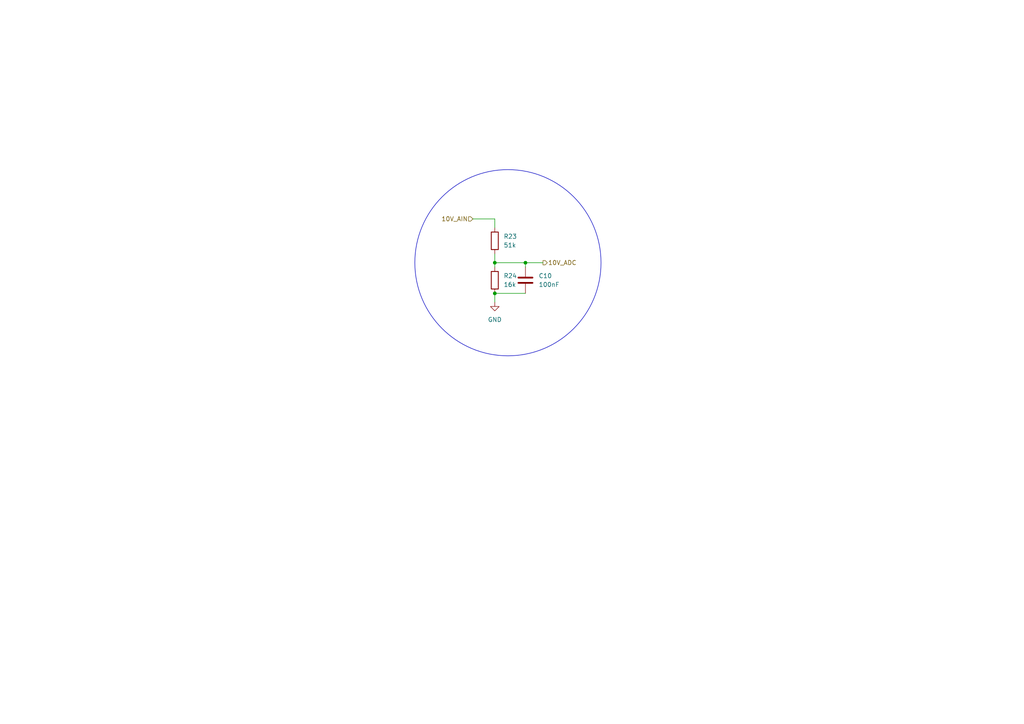
<source format=kicad_sch>
(kicad_sch
	(version 20250114)
	(generator "eeschema")
	(generator_version "9.0")
	(uuid "75d96c7c-c4c9-4ee6-addb-6438632cb428")
	(paper "A4")
	(lib_symbols
		(symbol "Device:C"
			(pin_numbers
				(hide yes)
			)
			(pin_names
				(offset 0.254)
			)
			(exclude_from_sim no)
			(in_bom yes)
			(on_board yes)
			(property "Reference" "C"
				(at 0.635 2.54 0)
				(effects
					(font
						(size 1.27 1.27)
					)
					(justify left)
				)
			)
			(property "Value" "C"
				(at 0.635 -2.54 0)
				(effects
					(font
						(size 1.27 1.27)
					)
					(justify left)
				)
			)
			(property "Footprint" ""
				(at 0.9652 -3.81 0)
				(effects
					(font
						(size 1.27 1.27)
					)
					(hide yes)
				)
			)
			(property "Datasheet" "~"
				(at 0 0 0)
				(effects
					(font
						(size 1.27 1.27)
					)
					(hide yes)
				)
			)
			(property "Description" "Unpolarized capacitor"
				(at 0 0 0)
				(effects
					(font
						(size 1.27 1.27)
					)
					(hide yes)
				)
			)
			(property "ki_keywords" "cap capacitor"
				(at 0 0 0)
				(effects
					(font
						(size 1.27 1.27)
					)
					(hide yes)
				)
			)
			(property "ki_fp_filters" "C_*"
				(at 0 0 0)
				(effects
					(font
						(size 1.27 1.27)
					)
					(hide yes)
				)
			)
			(symbol "C_0_1"
				(polyline
					(pts
						(xy -2.032 0.762) (xy 2.032 0.762)
					)
					(stroke
						(width 0.508)
						(type default)
					)
					(fill
						(type none)
					)
				)
				(polyline
					(pts
						(xy -2.032 -0.762) (xy 2.032 -0.762)
					)
					(stroke
						(width 0.508)
						(type default)
					)
					(fill
						(type none)
					)
				)
			)
			(symbol "C_1_1"
				(pin passive line
					(at 0 3.81 270)
					(length 2.794)
					(name "~"
						(effects
							(font
								(size 1.27 1.27)
							)
						)
					)
					(number "1"
						(effects
							(font
								(size 1.27 1.27)
							)
						)
					)
				)
				(pin passive line
					(at 0 -3.81 90)
					(length 2.794)
					(name "~"
						(effects
							(font
								(size 1.27 1.27)
							)
						)
					)
					(number "2"
						(effects
							(font
								(size 1.27 1.27)
							)
						)
					)
				)
			)
			(embedded_fonts no)
		)
		(symbol "Device:R"
			(pin_numbers
				(hide yes)
			)
			(pin_names
				(offset 0)
			)
			(exclude_from_sim no)
			(in_bom yes)
			(on_board yes)
			(property "Reference" "R"
				(at 2.032 0 90)
				(effects
					(font
						(size 1.27 1.27)
					)
				)
			)
			(property "Value" "R"
				(at 0 0 90)
				(effects
					(font
						(size 1.27 1.27)
					)
				)
			)
			(property "Footprint" ""
				(at -1.778 0 90)
				(effects
					(font
						(size 1.27 1.27)
					)
					(hide yes)
				)
			)
			(property "Datasheet" "~"
				(at 0 0 0)
				(effects
					(font
						(size 1.27 1.27)
					)
					(hide yes)
				)
			)
			(property "Description" "Resistor"
				(at 0 0 0)
				(effects
					(font
						(size 1.27 1.27)
					)
					(hide yes)
				)
			)
			(property "ki_keywords" "R res resistor"
				(at 0 0 0)
				(effects
					(font
						(size 1.27 1.27)
					)
					(hide yes)
				)
			)
			(property "ki_fp_filters" "R_*"
				(at 0 0 0)
				(effects
					(font
						(size 1.27 1.27)
					)
					(hide yes)
				)
			)
			(symbol "R_0_1"
				(rectangle
					(start -1.016 -2.54)
					(end 1.016 2.54)
					(stroke
						(width 0.254)
						(type default)
					)
					(fill
						(type none)
					)
				)
			)
			(symbol "R_1_1"
				(pin passive line
					(at 0 3.81 270)
					(length 1.27)
					(name "~"
						(effects
							(font
								(size 1.27 1.27)
							)
						)
					)
					(number "1"
						(effects
							(font
								(size 1.27 1.27)
							)
						)
					)
				)
				(pin passive line
					(at 0 -3.81 90)
					(length 1.27)
					(name "~"
						(effects
							(font
								(size 1.27 1.27)
							)
						)
					)
					(number "2"
						(effects
							(font
								(size 1.27 1.27)
							)
						)
					)
				)
			)
			(embedded_fonts no)
		)
		(symbol "power:GND"
			(power)
			(pin_numbers
				(hide yes)
			)
			(pin_names
				(offset 0)
				(hide yes)
			)
			(exclude_from_sim no)
			(in_bom yes)
			(on_board yes)
			(property "Reference" "#PWR"
				(at 0 -6.35 0)
				(effects
					(font
						(size 1.27 1.27)
					)
					(hide yes)
				)
			)
			(property "Value" "GND"
				(at 0 -3.81 0)
				(effects
					(font
						(size 1.27 1.27)
					)
				)
			)
			(property "Footprint" ""
				(at 0 0 0)
				(effects
					(font
						(size 1.27 1.27)
					)
					(hide yes)
				)
			)
			(property "Datasheet" ""
				(at 0 0 0)
				(effects
					(font
						(size 1.27 1.27)
					)
					(hide yes)
				)
			)
			(property "Description" "Power symbol creates a global label with name \"GND\" , ground"
				(at 0 0 0)
				(effects
					(font
						(size 1.27 1.27)
					)
					(hide yes)
				)
			)
			(property "ki_keywords" "global power"
				(at 0 0 0)
				(effects
					(font
						(size 1.27 1.27)
					)
					(hide yes)
				)
			)
			(symbol "GND_0_1"
				(polyline
					(pts
						(xy 0 0) (xy 0 -1.27) (xy 1.27 -1.27) (xy 0 -2.54) (xy -1.27 -1.27) (xy 0 -1.27)
					)
					(stroke
						(width 0)
						(type default)
					)
					(fill
						(type none)
					)
				)
			)
			(symbol "GND_1_1"
				(pin power_in line
					(at 0 0 270)
					(length 0)
					(name "~"
						(effects
							(font
								(size 1.27 1.27)
							)
						)
					)
					(number "1"
						(effects
							(font
								(size 1.27 1.27)
							)
						)
					)
				)
			)
			(embedded_fonts no)
		)
	)
	(circle
		(center 147.32 76.2)
		(radius 27.0006)
		(stroke
			(width 0)
			(type default)
		)
		(fill
			(type none)
		)
		(uuid 8d631238-e238-4fdf-9b82-79643a9a5587)
	)
	(junction
		(at 143.51 85.09)
		(diameter 0)
		(color 0 0 0 0)
		(uuid "576a65af-900e-4043-8456-50273e3d8a26")
	)
	(junction
		(at 143.51 76.2)
		(diameter 0)
		(color 0 0 0 0)
		(uuid "6fdbda12-2814-44bb-bc25-35c12aed7461")
	)
	(junction
		(at 152.4 76.2)
		(diameter 0)
		(color 0 0 0 0)
		(uuid "c58e4f90-ef83-46fd-989e-86b66d0de625")
	)
	(wire
		(pts
			(xy 143.51 73.66) (xy 143.51 76.2)
		)
		(stroke
			(width 0)
			(type default)
		)
		(uuid "0cdec24f-0387-4dd5-bf3b-ce2fd8d22981")
	)
	(wire
		(pts
			(xy 152.4 76.2) (xy 157.48 76.2)
		)
		(stroke
			(width 0)
			(type default)
		)
		(uuid "142b1068-d977-4fc5-99b3-d4fe0a3b1dc4")
	)
	(wire
		(pts
			(xy 143.51 85.09) (xy 143.51 87.63)
		)
		(stroke
			(width 0)
			(type default)
		)
		(uuid "15cbce29-89b1-4768-ace9-a02455e8275a")
	)
	(wire
		(pts
			(xy 143.51 63.5) (xy 143.51 66.04)
		)
		(stroke
			(width 0)
			(type default)
		)
		(uuid "1a57fc18-aa71-4809-ac90-694f7eb5ba83")
	)
	(wire
		(pts
			(xy 152.4 76.2) (xy 152.4 77.47)
		)
		(stroke
			(width 0)
			(type default)
		)
		(uuid "4c49268d-67fe-4feb-8976-a2a835e1c165")
	)
	(wire
		(pts
			(xy 143.51 76.2) (xy 152.4 76.2)
		)
		(stroke
			(width 0)
			(type default)
		)
		(uuid "6ee47fe6-e151-43a5-a970-338c4a95a2f5")
	)
	(wire
		(pts
			(xy 137.16 63.5) (xy 143.51 63.5)
		)
		(stroke
			(width 0)
			(type default)
		)
		(uuid "7cdee398-54ea-46b0-8126-dfe721c6c452")
	)
	(wire
		(pts
			(xy 143.51 85.09) (xy 152.4 85.09)
		)
		(stroke
			(width 0)
			(type default)
		)
		(uuid "9775a3c1-7f21-48e0-8c60-60e223360b33")
	)
	(wire
		(pts
			(xy 143.51 76.2) (xy 143.51 77.47)
		)
		(stroke
			(width 0)
			(type default)
		)
		(uuid "feddcf5d-6552-4fbd-928b-b106d16b1e32")
	)
	(hierarchical_label "10V_ADC"
		(shape output)
		(at 157.48 76.2 0)
		(effects
			(font
				(size 1.27 1.27)
			)
			(justify left)
		)
		(uuid "09d10ce5-f483-4679-bde3-2ab585f65a5b")
	)
	(hierarchical_label "10V_AIN"
		(shape input)
		(at 137.16 63.5 180)
		(effects
			(font
				(size 1.27 1.27)
			)
			(justify right)
		)
		(uuid "64c87776-cb88-49af-af64-22542e4cdc0d")
	)
	(symbol
		(lib_id "Device:R")
		(at 143.51 81.28 0)
		(unit 1)
		(exclude_from_sim no)
		(in_bom yes)
		(on_board yes)
		(dnp no)
		(fields_autoplaced yes)
		(uuid "6a307f0c-dec4-453f-9a66-7cfa4624acbb")
		(property "Reference" "R24"
			(at 146.05 80.0099 0)
			(effects
				(font
					(size 1.27 1.27)
				)
				(justify left)
			)
		)
		(property "Value" "16k"
			(at 146.05 82.5499 0)
			(effects
				(font
					(size 1.27 1.27)
				)
				(justify left)
			)
		)
		(property "Footprint" "Resistor_SMD:R_0603_1608Metric"
			(at 141.732 81.28 90)
			(effects
				(font
					(size 1.27 1.27)
				)
				(hide yes)
			)
		)
		(property "Datasheet" "~"
			(at 143.51 81.28 0)
			(effects
				(font
					(size 1.27 1.27)
				)
				(hide yes)
			)
		)
		(property "Description" "Resistor"
			(at 143.51 81.28 0)
			(effects
				(font
					(size 1.27 1.27)
				)
				(hide yes)
			)
		)
		(pin "1"
			(uuid "3720cc91-0a95-4030-90c2-6dc97c8656d3")
		)
		(pin "2"
			(uuid "9e5d8863-e5a3-42a4-9962-82d039142733")
		)
		(instances
			(project "NIVARA"
				(path "/8290cc18-06d0-4e02-a781-29a61ebc321a/9e4d7a0c-a5eb-4e88-9036-0c35e68b279a/8c13851c-1f51-45db-a0c3-d4fd67e1b6ee"
					(reference "R24")
					(unit 1)
				)
			)
			(project "NIVARA_ZorionX_BOARD"
				(path "/8e19332e-3534-4a04-99a8-04957ac8928f/8c13851c-1f51-45db-a0c3-d4fd67e1b6ee"
					(reference "R?")
					(unit 1)
				)
			)
		)
	)
	(symbol
		(lib_id "Device:C")
		(at 152.4 81.28 0)
		(unit 1)
		(exclude_from_sim no)
		(in_bom yes)
		(on_board yes)
		(dnp no)
		(fields_autoplaced yes)
		(uuid "709f7130-a31b-4f07-b5d5-e5606b340b6b")
		(property "Reference" "C10"
			(at 156.21 80.0099 0)
			(effects
				(font
					(size 1.27 1.27)
				)
				(justify left)
			)
		)
		(property "Value" "100nF"
			(at 156.21 82.5499 0)
			(effects
				(font
					(size 1.27 1.27)
				)
				(justify left)
			)
		)
		(property "Footprint" "Capacitor_SMD:C_0805_2012Metric"
			(at 153.3652 85.09 0)
			(effects
				(font
					(size 1.27 1.27)
				)
				(hide yes)
			)
		)
		(property "Datasheet" "~"
			(at 152.4 81.28 0)
			(effects
				(font
					(size 1.27 1.27)
				)
				(hide yes)
			)
		)
		(property "Description" "Unpolarized capacitor"
			(at 152.4 81.28 0)
			(effects
				(font
					(size 1.27 1.27)
				)
				(hide yes)
			)
		)
		(pin "2"
			(uuid "795bd637-9872-4534-952e-73b2cb649aa6")
		)
		(pin "1"
			(uuid "59af38fd-916a-41c4-9e07-577ecf7bd300")
		)
		(instances
			(project "NIVARA"
				(path "/8290cc18-06d0-4e02-a781-29a61ebc321a/9e4d7a0c-a5eb-4e88-9036-0c35e68b279a/8c13851c-1f51-45db-a0c3-d4fd67e1b6ee"
					(reference "C10")
					(unit 1)
				)
			)
			(project "NIVARA_ZorionX_BOARD"
				(path "/8e19332e-3534-4a04-99a8-04957ac8928f/8c13851c-1f51-45db-a0c3-d4fd67e1b6ee"
					(reference "C?")
					(unit 1)
				)
			)
		)
	)
	(symbol
		(lib_id "power:GND")
		(at 143.51 87.63 0)
		(unit 1)
		(exclude_from_sim no)
		(in_bom yes)
		(on_board yes)
		(dnp no)
		(fields_autoplaced yes)
		(uuid "8926991f-06cf-4f9f-85d6-9ca4892d599e")
		(property "Reference" "#PWR050"
			(at 143.51 93.98 0)
			(effects
				(font
					(size 1.27 1.27)
				)
				(hide yes)
			)
		)
		(property "Value" "GND"
			(at 143.51 92.71 0)
			(effects
				(font
					(size 1.27 1.27)
				)
			)
		)
		(property "Footprint" ""
			(at 143.51 87.63 0)
			(effects
				(font
					(size 1.27 1.27)
				)
				(hide yes)
			)
		)
		(property "Datasheet" ""
			(at 143.51 87.63 0)
			(effects
				(font
					(size 1.27 1.27)
				)
				(hide yes)
			)
		)
		(property "Description" "Power symbol creates a global label with name \"GND\" , ground"
			(at 143.51 87.63 0)
			(effects
				(font
					(size 1.27 1.27)
				)
				(hide yes)
			)
		)
		(pin "1"
			(uuid "b6ed84ca-a022-4d89-92f5-831e034772cc")
		)
		(instances
			(project "NIVARA"
				(path "/8290cc18-06d0-4e02-a781-29a61ebc321a/9e4d7a0c-a5eb-4e88-9036-0c35e68b279a/8c13851c-1f51-45db-a0c3-d4fd67e1b6ee"
					(reference "#PWR050")
					(unit 1)
				)
			)
			(project "NIVARA_ZorionX_BOARD"
				(path "/8e19332e-3534-4a04-99a8-04957ac8928f/8c13851c-1f51-45db-a0c3-d4fd67e1b6ee"
					(reference "#PWR?")
					(unit 1)
				)
			)
		)
	)
	(symbol
		(lib_id "Device:R")
		(at 143.51 69.85 0)
		(unit 1)
		(exclude_from_sim no)
		(in_bom yes)
		(on_board yes)
		(dnp no)
		(fields_autoplaced yes)
		(uuid "a15be0c1-3e2a-410a-887a-3ed22ce54612")
		(property "Reference" "R23"
			(at 146.05 68.5799 0)
			(effects
				(font
					(size 1.27 1.27)
				)
				(justify left)
			)
		)
		(property "Value" "51k"
			(at 146.05 71.1199 0)
			(effects
				(font
					(size 1.27 1.27)
				)
				(justify left)
			)
		)
		(property "Footprint" "Resistor_SMD:R_0603_1608Metric"
			(at 141.732 69.85 90)
			(effects
				(font
					(size 1.27 1.27)
				)
				(hide yes)
			)
		)
		(property "Datasheet" "~"
			(at 143.51 69.85 0)
			(effects
				(font
					(size 1.27 1.27)
				)
				(hide yes)
			)
		)
		(property "Description" "Resistor"
			(at 143.51 69.85 0)
			(effects
				(font
					(size 1.27 1.27)
				)
				(hide yes)
			)
		)
		(pin "1"
			(uuid "417cd5e0-28e5-40a8-abf3-c874f604d0f0")
		)
		(pin "2"
			(uuid "feaa00ac-7655-494f-913b-45ccb5b8515f")
		)
		(instances
			(project "NIVARA"
				(path "/8290cc18-06d0-4e02-a781-29a61ebc321a/9e4d7a0c-a5eb-4e88-9036-0c35e68b279a/8c13851c-1f51-45db-a0c3-d4fd67e1b6ee"
					(reference "R23")
					(unit 1)
				)
			)
			(project "NIVARA_ZorionX_BOARD"
				(path "/8e19332e-3534-4a04-99a8-04957ac8928f/8c13851c-1f51-45db-a0c3-d4fd67e1b6ee"
					(reference "R?")
					(unit 1)
				)
			)
		)
	)
)

</source>
